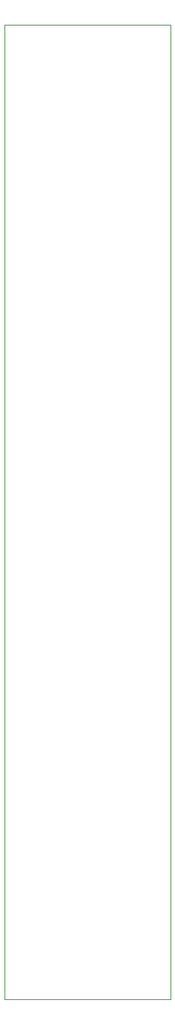
<source format=gbr>
%TF.GenerationSoftware,KiCad,Pcbnew,(6.0.11)*%
%TF.CreationDate,2023-03-29T15:08:17+01:00*%
%TF.ProjectId,QuadEnv_Controls,51756164-456e-4765-9f43-6f6e74726f6c,rev?*%
%TF.SameCoordinates,Original*%
%TF.FileFunction,Profile,NP*%
%FSLAX46Y46*%
G04 Gerber Fmt 4.6, Leading zero omitted, Abs format (unit mm)*
G04 Created by KiCad (PCBNEW (6.0.11)) date 2023-03-29 15:08:17*
%MOMM*%
%LPD*%
G01*
G04 APERTURE LIST*
%TA.AperFunction,Profile*%
%ADD10C,0.100000*%
%TD*%
G04 APERTURE END LIST*
D10*
X50000000Y-44000000D02*
X68800000Y-44000000D01*
X68800000Y-44000000D02*
X68800000Y-154000000D01*
X68800000Y-154000000D02*
X50000000Y-154000000D01*
X50000000Y-154000000D02*
X50000000Y-44000000D01*
M02*

</source>
